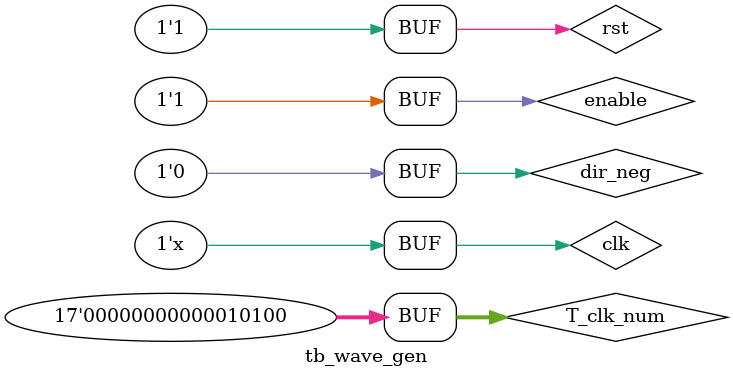
<source format=v>
`timescale 1ns / 1ps

module tb_wave_gen();

reg clk;
reg rst;
reg enable;
reg dir_neg;
reg enable_r	;
reg dir_neg_r   ;
reg enable_r_r	;
reg dir_neg_r_r ;
reg [16:0]T_clk_num;
wire [16:0]s_clk_cnt;
wire s_phs_0_p  ;
wire s_phs_0_n  ;
wire s_phs_90_p ;
wire s_phs_90_n ;
wire sin_p,n_sin_p  ;
wire sin_n,n_sin_n  ;
wire cos_p,n_cos_p  ;
wire cos_n,n_cos_n  ;
assign n_sin_p = ~sin_p ;
assign n_sin_n = ~sin_n ;
assign n_cos_p = ~cos_p ;
assign n_cos_n = ~cos_n ;

always #10 clk = ~clk;

initial begin
clk =0;
rst =0;
enable   =0;
dir_neg  =0;
T_clk_num=0;
#50
rst =1;
dir_neg =0;
T_clk_num=20;
enable =1;
end

always@(posedge clk)begin 
if(!rst) begin
enable_r	<=0;
dir_neg_r   <=0;
enable_r_r	<=0;
dir_neg_r_r <=0;
end
else begin 
enable_r	<=enable;
dir_neg_r   <=dir_neg;
enable_r_r	<=enable_r;
dir_neg_r_r <=dir_neg_r;
end
end


wave_gen u_wave_gen(
.i_clk		(clk	)		,
.i_rst_n	(rst	)		,
.i_enable	(enable_r_r	)		,	
.i_dir_neg	(dir_neg_r_r)		,
.i_T_clk_num(T_clk_num)		,
.s_clk_cnt(s_clk_cnt),
.s_phs_0_p  (s_phs_0_p),
.s_phs_0_n  (s_phs_0_n ),
.s_phs_90_p (s_phs_90_p),
.s_phs_90_n (s_phs_90_n),
.o_sin_p	(sin_p	)		,
.o_sin_n	(sin_n	)		,
.o_cos_p	(cos_p	)		,
.o_cos_n	(cos_n	)	
);
endmodule

</source>
